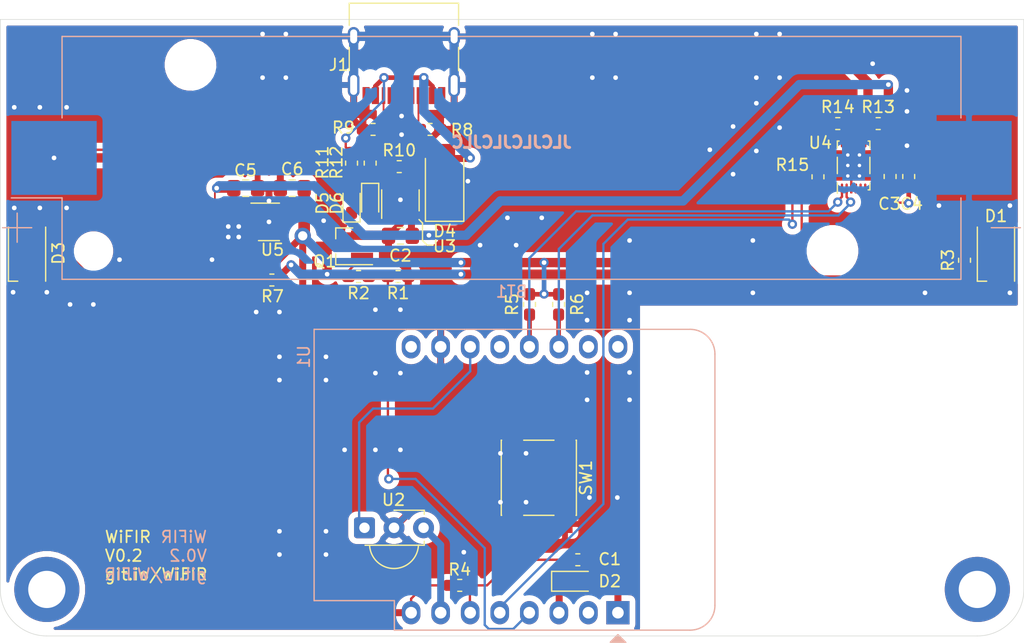
<source format=kicad_pcb>
(kicad_pcb (version 20171130) (host pcbnew "(5.1.6)-1")
  (layers (0 F.Cu signal) (31 B.Cu signal) (34 B.Paste user) (35 F.Paste user) (36 B.SilkS user) (37 F.SilkS user) (38 B.Mask user) (39 F.Mask user) (44 Edge.Cuts user))
  (net 0 "")
  (net 1 +BATT)
  (net 2 +1V8)
  (net 3 VCCQ)
  (net 4 +3V3)
  (net 5 "Net-(D1-Pad1)")
  (net 6 "Net-(D3-Pad1)")
  (net 7 VBUS)
  (net 8 "Net-(D4-Pad1)")
  (net 9 "Net-(D5-Pad1)")
  (net 10 "Net-(J1-PadB8)")
  (net 11 "Net-(J1-PadA5)")
  (net 12 "Net-(J1-PadB7)")
  (net 13 "Net-(J1-PadA7)")
  (net 14 "Net-(J1-PadB6)")
  (net 15 "Net-(J1-PadA8)")
  (net 16 "Net-(J1-PadB5)")
  (net 17 "Net-(J1-PadA6)")
  (net 18 "Net-(Q1-Pad3)")
  (net 19 "Net-(Q1-Pad1)")
  (net 20 "Net-(R10-Pad2)")
  (net 21 "Net-(U1-Pad16)")
  (net 22 "Net-(U1-Pad15)")
  (net 23 "Net-(U1-Pad12)")
  (net 24 "Net-(U1-Pad9)")
  (net 25 "Net-(U1-Pad2)")
  (net 26 "Net-(U4-Pad9)")
  (net 27 "Net-(U4-Pad11)")
  (net 28 "Net-(U4-Pad4)")
  (net 29 "Net-(U5-Pad4)")
  (net 30 "Net-(D5-Pad2)")
  (net 31 "Net-(D6-Pad1)")
  (net 32 GND)
  (net 33 factory_rst)
  (net 34 ~RST)
  (net 35 device_wake)
  (net 36 SDA)
  (net 37 SCL)
  (net 38 "Net-(R14-Pad2)")
  (net 39 ~LOW_BAT)
  (net 40 IR_SIGNAL)
  (net 41 IR_RECV_VCC)
  (net 42 IR_BLAST)
  (module Module:WEMOS_D1_mini_light (layer B.Cu) (at 227.1 115 90)
    (fp_text reference U1 (at 22 -27 90) (layer B.SilkS) (effects (justify mirror)))
    (fp_text value WeMos_D1_mini)
    (pad 16 thru_hole oval (at 22.86 0 90) (size 2 1.6) (drill 1) (layers *.Cu *.Mask) (net 21 "Net-(U1-Pad16)"))
    (pad 15 thru_hole oval (at 22.86 -2.54 90) (size 2 1.6) (drill 1) (layers *.Cu *.Mask) (net 22 "Net-(U1-Pad15)"))
    (pad 14 thru_hole oval (at 22.86 -5.08 90) (size 2 1.6) (drill 1) (layers *.Cu *.Mask) (net 37 SCL))
    (pad 13 thru_hole oval (at 22.86 -7.62 90) (size 2 1.6) (drill 1) (layers *.Cu *.Mask) (net 36 SDA))
    (pad 12 thru_hole oval (at 22.86 -10.16 90) (size 2 1.6) (drill 1) (layers *.Cu *.Mask) (net 23 "Net-(U1-Pad12)"))
    (pad 11 thru_hole oval (at 22.86 -12.7 90) (size 2 1.6) (drill 1) (layers *.Cu *.Mask) (net 40 IR_SIGNAL))
    (pad 10 thru_hole oval (at 22.86 -15.24 90) (size 2 1.6) (drill 1) (layers *.Cu *.Mask) (net 32 GND))
    (pad 9 thru_hole oval (at 22.86 -17.78 90) (size 2 1.6) (drill 1) (layers *.Cu *.Mask) (net 24 "Net-(U1-Pad9)"))
    (pad 8 thru_hole oval (at 0 -17.78 90) (size 2 1.6) (drill 1) (layers *.Cu *.Mask) (net 4 +3V3))
    (pad 7 thru_hole oval (at 0 -15.24 90) (size 2 1.6) (drill 1) (layers *.Cu *.Mask) (net 41 IR_RECV_VCC))
    (pad 6 thru_hole oval (at 0 -12.7 90) (size 2 1.6) (drill 1) (layers *.Cu *.Mask) (net 33 factory_rst))
    (pad 5 thru_hole oval (at 0 -10.16 90) (size 2 1.6) (drill 1) (layers *.Cu *.Mask) (net 39 ~LOW_BAT))
    (pad 4 thru_hole oval (at 0 -7.62 90) (size 2 1.6) (drill 1) (layers *.Cu *.Mask) (net 42 IR_BLAST))
    (pad 3 thru_hole oval (at 0 -5.08 90) (size 2 1.6) (drill 1) (layers *.Cu *.Mask) (net 35 device_wake))
    (pad 1 thru_hole rect (at 0 0 90) (size 2 2) (drill 1) (layers *.Cu *.Mask) (net 34 ~RST))
    (pad 2 thru_hole oval (at 0 -2.54 90) (size 2 1.6) (drill 1) (layers *.Cu *.Mask) (net 25 "Net-(U1-Pad2)"))
  )
  (module Battery:BatteryHolder_Keystone_1042_1x18650 (layer B.Cu) (at 217.95 75.9)
    (fp_text reference BT1 (at 0 11.5) (layer B.SilkS) (effects (justify mirror)))
    (fp_text value "protected 18650")
    (pad "" np_thru_hole circle (at -35.93 8) (size 2.39 2.39) (drill 2.39) (layers *.Cu *.Mask))
    (pad "" np_thru_hole circle (at -27.6 -8) (size 3.45 3.45) (drill 3.45) (layers *.Cu *.Mask))
    (pad "" np_thru_hole circle (at 27.6 8) (size 3.45 3.45) (drill 3.45) (layers *.Cu *.Mask))
    (pad 2 smd rect (at 39.33 0) (size 7.34 6.35) (layers B.Cu B.Paste B.Mask) (net 32 GND))
    (pad 1 smd rect (at -39.33 0) (size 7.34 6.35) (layers B.Cu B.Paste B.Mask) (net 1 +BATT))
  )
  (module Personal_graphics:kiwi12.5mm (layer F.Cu) (at 189.2 101.2)
    (fp_text reference G*** hide)
    (fp_text value LOGO hide)
  )
  (module Personal_graphics:kiwi12.5mm (layer B.Cu) (at 185.2 101.2 180)
    (fp_text reference G*** hide)
    (fp_text value LOGO hide)
  )
  (module Resistor_SMD:R_0603_1608Metric_Pad1.05x0.95mm_HandSolder (layer F.Cu) (at 204.8 86.1 180)
    (fp_text reference R2 (at 0 -1.43) (layer F.SilkS))
    (fp_text value 1k)
    (pad 2 smd roundrect (at 0.875 0 180) (size 1.05 0.95) (layers F.Cu F.Paste F.Mask) (net 19 "Net-(Q1-Pad1)"))
    (pad 1 smd roundrect (at -0.875 0 180) (size 1.05 0.95) (layers F.Cu F.Paste F.Mask) (net 42 IR_BLAST))
  )
  (module MountingHole:MountingHole_3.2mm_M3_DIN965_Pad (layer F.Cu) (at 178 113)
    (fp_text reference REF** hide)
    (fp_text value MountingHole_3.2mm_M3_DIN965_Pad)
    (pad 1 thru_hole circle (at 0 0) (size 5.6 5.6) (drill 3.2) (layers *.Cu *.Mask))
  )
  (module MountingHole:MountingHole_3.2mm_M3_DIN965_Pad (layer F.Cu) (at 258 113)
    (fp_text reference REF** hide)
    (fp_text value MountingHole_3.2mm_M3_DIN965_Pad)
    (pad 1 thru_hole circle (at 0 0) (size 5.6 5.6) (drill 3.2) (layers *.Cu *.Mask))
  )
  (module LED_SMD:LED_PLCC-2 (layer F.Cu) (at 259.6 84.1 90)
    (fp_text reference D1 (at 3.2 0 180) (layer F.SilkS))
    (fp_text value VSML3710-GS18)
    (pad 2 smd rect (at 1.5 0 90) (size 1.5 2.6) (layers F.Cu F.Paste F.Mask) (net 4 +3V3))
    (pad 1 smd rect (at -1.5 0 90) (size 1.5 2.6) (layers F.Cu F.Paste F.Mask) (net 5 "Net-(D1-Pad1)"))
  )
  (module Resistor_SMD:R_0603_1608Metric_Pad1.05x0.95mm_HandSolder (layer F.Cu) (at 256.9 84.7 90)
    (fp_text reference R3 (at 0 -1.43 90) (layer F.SilkS))
    (fp_text value 6R8)
    (pad 2 smd roundrect (at 0.875 0 90) (size 1.05 0.95) (layers F.Cu F.Paste F.Mask) (net 18 "Net-(Q1-Pad3)"))
    (pad 1 smd roundrect (at -0.875 0 90) (size 1.05 0.95) (layers F.Cu F.Paste F.Mask) (net 5 "Net-(D1-Pad1)"))
  )
  (module Connector_USB:USB_C_Receptacle_HRO_TYPE-C-31-M-12 (layer F.Cu) (at 208.7 66.5 180)
    (fp_text reference J1 (at 5.6 -1.4) (layer F.SilkS))
    (fp_text value TYPE-C-31-M-12)
    (pad S1 thru_hole oval (at 4.32 1.05 180) (size 1 1.6) (drill oval 0.6 1.2) (layers *.Cu *.Mask) (net 32 GND))
    (pad "" np_thru_hole circle (at 2.89 -2.6 180) (size 0.65 0.65) (drill 0.65) (layers *.Cu *.Mask))
    (pad S1 thru_hole oval (at -4.32 1.05 180) (size 1 1.6) (drill oval 0.6 1.2) (layers *.Cu *.Mask) (net 32 GND))
    (pad "" np_thru_hole circle (at -2.89 -2.6 180) (size 0.65 0.65) (drill 0.65) (layers *.Cu *.Mask))
    (pad S1 thru_hole oval (at -4.32 -3.13 180) (size 1 2.1) (drill oval 0.6 1.7) (layers *.Cu *.Mask) (net 32 GND))
    (pad S1 thru_hole oval (at 4.32 -3.13 180) (size 1 2.1) (drill oval 0.6 1.7) (layers *.Cu *.Mask) (net 32 GND))
    (pad A6 smd rect (at -0.25 -4.045 180) (size 0.3 1.45) (layers F.Cu F.Paste F.Mask) (net 17 "Net-(J1-PadA6)"))
    (pad B5 smd rect (at 1.75 -4.045 180) (size 0.3 1.45) (layers F.Cu F.Paste F.Mask) (net 16 "Net-(J1-PadB5)"))
    (pad A8 smd rect (at 1.25 -4.045 180) (size 0.3 1.45) (layers F.Cu F.Paste F.Mask) (net 15 "Net-(J1-PadA8)"))
    (pad B6 smd rect (at 0.75 -4.045 180) (size 0.3 1.45) (layers F.Cu F.Paste F.Mask) (net 14 "Net-(J1-PadB6)"))
    (pad A7 smd rect (at 0.25 -4.045 180) (size 0.3 1.45) (layers F.Cu F.Paste F.Mask) (net 13 "Net-(J1-PadA7)"))
    (pad B7 smd rect (at -0.75 -4.045 180) (size 0.3 1.45) (layers F.Cu F.Paste F.Mask) (net 12 "Net-(J1-PadB7)"))
    (pad A5 smd rect (at -1.25 -4.045 180) (size 0.3 1.45) (layers F.Cu F.Paste F.Mask) (net 11 "Net-(J1-PadA5)"))
    (pad B8 smd rect (at -1.75 -4.045 180) (size 0.3 1.45) (layers F.Cu F.Paste F.Mask) (net 10 "Net-(J1-PadB8)"))
    (pad A12 smd rect (at 3.25 -4.045 180) (size 0.6 1.45) (layers F.Cu F.Paste F.Mask) (net 32 GND))
    (pad B4 smd rect (at 2.45 -4.045 180) (size 0.6 1.45) (layers F.Cu F.Paste F.Mask) (net 7 VBUS))
    (pad A4 smd rect (at -2.45 -4.045 180) (size 0.6 1.45) (layers F.Cu F.Paste F.Mask) (net 7 VBUS))
    (pad A1 smd rect (at -3.25 -4.045 180) (size 0.6 1.45) (layers F.Cu F.Paste F.Mask) (net 32 GND))
    (pad B12 smd rect (at -3.25 -4.045 180) (size 0.6 1.45) (layers F.Cu F.Paste F.Mask) (net 32 GND))
    (pad B9 smd rect (at -2.45 -4.045 180) (size 0.6 1.45) (layers F.Cu F.Paste F.Mask) (net 7 VBUS))
    (pad A9 smd rect (at 2.45 -4.045 180) (size 0.6 1.45) (layers F.Cu F.Paste F.Mask) (net 7 VBUS))
    (pad B1 smd rect (at 3.25 -4.045 180) (size 0.6 1.45) (layers F.Cu F.Paste F.Mask) (net 32 GND))
  )
  (module Resistor_SMD:R_0603_1608Metric_Pad1.05x0.95mm_HandSolder (layer F.Cu) (at 210.95 73.45)
    (fp_text reference R8 (at 2.75 0.05) (layer F.SilkS))
    (fp_text value 5k1)
    (pad 1 smd roundrect (at -0.875 0) (size 1.05 0.95) (layers F.Cu F.Paste F.Mask) (net 11 "Net-(J1-PadA5)"))
    (pad 2 smd roundrect (at 0.875 0) (size 1.05 0.95) (layers F.Cu F.Paste F.Mask) (net 32 GND))
  )
  (module Resistor_SMD:R_0603_1608Metric_Pad1.05x0.95mm_HandSolder (layer F.Cu) (at 206.05 73.45)
    (fp_text reference R9 (at -2.55 -0.15) (layer F.SilkS))
    (fp_text value 5k1)
    (pad 1 smd roundrect (at -0.875 0) (size 1.05 0.95) (layers F.Cu F.Paste F.Mask) (net 32 GND))
    (pad 2 smd roundrect (at 0.875 0) (size 1.05 0.95) (layers F.Cu F.Paste F.Mask) (net 16 "Net-(J1-PadB5)"))
  )
  (module Resistor_SMD:R_0603_1608Metric_Pad1.05x0.95mm_HandSolder (layer F.Cu) (at 205.8 76.35 90)
    (fp_text reference R12 (at 0.05 -2.9 90) (layer F.SilkS))
    (fp_text value 470R)
    (pad 1 smd roundrect (at -0.875 0 90) (size 1.05 0.95) (layers F.Cu F.Paste F.Mask) (net 31 "Net-(D6-Pad1)"))
    (pad 2 smd roundrect (at 0.875 0 90) (size 1.05 0.95) (layers F.Cu F.Paste F.Mask) (net 32 GND))
  )
  (module Resistor_SMD:R_0603_1608Metric_Pad1.05x0.95mm_HandSolder (layer F.Cu) (at 204.2 76.35 270)
    (fp_text reference R11 (at -0.05 2.5 90) (layer F.SilkS))
    (fp_text value 470R)
    (pad 1 smd roundrect (at -0.875 0 270) (size 1.05 0.95) (layers F.Cu F.Paste F.Mask) (net 7 VBUS))
    (pad 2 smd roundrect (at 0.875 0 270) (size 1.05 0.95) (layers F.Cu F.Paste F.Mask) (net 30 "Net-(D5-Pad2)"))
  )
  (module Diode_SMD:D_SMA (layer F.Cu) (at 212.2 77.95 90)
    (fp_text reference D4 (at -4.25 0 180) (layer F.SilkS))
    (fp_text value MBRA140)
    (pad 1 smd rect (at -2 0 90) (size 2.5 1.8) (layers F.Cu F.Paste F.Mask) (net 8 "Net-(D4-Pad1)"))
    (pad 2 smd rect (at 2 0 90) (size 2.5 1.8) (layers F.Cu F.Paste F.Mask) (net 7 VBUS))
  )
  (module Package_TO_SOT_SMD:SOT-23-5 (layer F.Cu) (at 197.1 81.4)
    (fp_text reference U5 (at 0.3 2.4 180) (layer F.SilkS))
    (fp_text value TLV75733PDBV)
    (pad 5 smd rect (at 1.1 -0.95) (size 1.06 0.65) (layers F.Cu F.Paste F.Mask) (net 4 +3V3))
    (pad 4 smd rect (at 1.1 0.95) (size 1.06 0.65) (layers F.Cu F.Paste F.Mask) (net 29 "Net-(U5-Pad4)"))
    (pad 3 smd rect (at -1.1 0.95) (size 1.06 0.65) (layers F.Cu F.Paste F.Mask) (net 3 VCCQ))
    (pad 2 smd rect (at -1.1 0) (size 1.06 0.65) (layers F.Cu F.Paste F.Mask) (net 32 GND))
    (pad 1 smd rect (at -1.1 -0.95) (size 1.06 0.65) (layers F.Cu F.Paste F.Mask) (net 3 VCCQ))
  )
  (module Package_SON:Texas_S-PDSO-N12 (layer F.Cu) (at 247.3625 76.55 90)
    (fp_text reference U4 (at 1.95 -2.8625 180) (layer F.SilkS))
    (fp_text value BQ27441DRZR-G1A)
    (pad 13 smd rect (at 0 0) (size 1.95 2.6) (layers F.Cu F.Mask) (net 32 GND))
    (pad 13 smd rect (at -1.1 1.3125) (size 0.675 0.4) (layers F.Cu F.Mask) (net 32 GND))
    (pad 13 smd rect (at 1.1 1.3125) (size 0.675 0.4) (layers F.Cu F.Mask) (net 32 GND))
    (pad 13 smd rect (at 1.1 -1.3125) (size 0.675 0.4) (layers F.Cu F.Mask) (net 32 GND))
    (pad 13 smd rect (at -1.1 -1.3125) (size 0.675 0.4) (layers F.Cu F.Mask) (net 32 GND))
    (pad 3 smd rect (at -2.3 -0.2 90) (size 0.2 0.2) (layers F.Cu F.Paste F.Mask) (net 32 GND))
    (pad 3 smd oval (at -1.975 -0.2 90) (size 0.85 0.2) (layers F.Cu F.Paste F.Mask) (net 32 GND))
    (pad 2 smd oval (at -1.975 -0.6 90) (size 0.85 0.2) (layers F.Cu F.Paste F.Mask) (net 37 SCL))
    (pad 1 smd oval (at -1.975 -1 90) (size 0.85 0.2) (layers F.Cu F.Paste F.Mask) (net 36 SDA))
    (pad 4 smd oval (at -1.975 0.2 90) (size 0.85 0.2) (layers F.Cu F.Paste F.Mask) (net 28 "Net-(U4-Pad4)"))
    (pad 5 smd oval (at -1.975 0.6 90) (size 0.85 0.2) (layers F.Cu F.Paste F.Mask) (net 2 +1V8))
    (pad 6 smd oval (at -1.975 1 90) (size 0.85 0.2) (layers F.Cu F.Paste F.Mask) (net 1 +BATT))
    (pad 12 smd oval (at 1.975 -1 90) (size 0.85 0.2) (layers F.Cu F.Paste F.Mask) (net 39 ~LOW_BAT))
    (pad 11 smd oval (at 1.975 -0.6 90) (size 0.85 0.2) (layers F.Cu F.Paste F.Mask) (net 27 "Net-(U4-Pad11)"))
    (pad 10 smd oval (at 1.975 -0.2 90) (size 0.85 0.2) (layers F.Cu F.Paste F.Mask) (net 38 "Net-(R14-Pad2)"))
    (pad 9 smd oval (at 1.975 0.2 90) (size 0.85 0.2) (layers F.Cu F.Paste F.Mask) (net 26 "Net-(U4-Pad9)"))
    (pad 8 smd oval (at 1.975 0.6 90) (size 0.85 0.2) (layers F.Cu F.Paste F.Mask) (net 1 +BATT))
    (pad 7 smd oval (at 1.975 1 90) (size 0.85 0.2) (layers F.Cu F.Paste F.Mask) (net 3 VCCQ))
    (pad 4 smd rect (at -2.3 0.2 90) (size 0.2 0.2) (layers F.Cu F.Paste F.Mask) (net 28 "Net-(U4-Pad4)"))
    (pad 5 smd rect (at -2.3 0.6 90) (size 0.2 0.2) (layers F.Cu F.Paste F.Mask) (net 2 +1V8))
    (pad 6 smd rect (at -2.3 1 90) (size 0.2 0.2) (layers F.Cu F.Paste F.Mask) (net 1 +BATT))
    (pad 2 smd rect (at -2.3 -0.6 90) (size 0.2 0.2) (layers F.Cu F.Paste F.Mask) (net 37 SCL))
    (pad 1 smd rect (at -2.3 -1 90) (size 0.2 0.2) (layers F.Cu F.Paste F.Mask) (net 36 SDA))
    (pad 12 smd rect (at 2.3 -1 90) (size 0.2 0.2) (layers F.Cu F.Paste F.Mask) (net 39 ~LOW_BAT))
    (pad 11 smd rect (at 2.3 -0.6 90) (size 0.2 0.2) (layers F.Cu F.Paste F.Mask) (net 27 "Net-(U4-Pad11)"))
    (pad 10 smd rect (at 2.3 -0.2 90) (size 0.2 0.2) (layers F.Cu F.Paste F.Mask) (net 38 "Net-(R14-Pad2)"))
    (pad 9 smd rect (at 2.3 0.2 90) (size 0.2 0.2) (layers F.Cu F.Paste F.Mask) (net 26 "Net-(U4-Pad9)"))
    (pad 8 smd rect (at 2.3 0.6 90) (size 0.2 0.2) (layers F.Cu F.Paste F.Mask) (net 1 +BATT))
    (pad 7 smd rect (at 2.3 1 90) (size 0.2 0.2) (layers F.Cu F.Paste F.Mask) (net 3 VCCQ))
    (pad 13 thru_hole circle (at -0.9 0.5 90) (size 0.6 0.6) (drill 0.3) (layers *.Cu) (net 32 GND))
    (pad 13 thru_hole circle (at 0.9 0.5 90) (size 0.6 0.6) (drill 0.3) (layers *.Cu) (net 32 GND))
    (pad 13 thru_hole circle (at 0.9 -0.5 90) (size 0.6 0.6) (drill 0.3) (layers *.Cu) (net 32 GND))
    (pad 13 thru_hole circle (at -0.9 -0.5 90) (size 0.6 0.6) (drill 0.3) (layers *.Cu) (net 32 GND))
    (pad 13 thru_hole circle (at 0 -0.5 90) (size 0.6 0.6) (drill 0.3) (layers *.Cu) (net 32 GND))
    (pad 13 thru_hole circle (at 0 0.5 90) (size 0.6 0.6) (drill 0.3) (layers *.Cu) (net 32 GND))
    (pad 13 smd rect (at 0 0) (size 1.95 2.6) (layers B.Cu F.Mask) (net 32 GND))
    (pad 13 smd rect (at 0.65 -0.4875 180) (size 0.975 1.3) (layers F.Cu F.Paste) (net 32 GND))
    (pad 13 smd rect (at -0.65 -0.4875 180) (size 0.975 1.3) (layers F.Cu F.Paste) (net 32 GND))
    (pad 13 smd rect (at -0.65 0.4875 180) (size 0.975 1.3) (layers F.Cu F.Paste) (net 32 GND))
    (pad 13 smd rect (at 0.65 0.4875 180) (size 0.975 1.3) (layers F.Cu F.Paste) (net 32 GND))
    (pad 13 smd rect (at 1.1 1.365) (size 0.575 0.4) (layers F.Cu F.Paste F.Mask) (net 32 GND))
    (pad 13 smd rect (at 1.1 -1.365) (size 0.575 0.4) (layers F.Cu F.Paste F.Mask) (net 32 GND))
    (pad 13 smd rect (at -1.1 -1.365) (size 0.575 0.4) (layers F.Cu F.Paste F.Mask) (net 32 GND))
    (pad 13 smd rect (at -1.1 1.365) (size 0.575 0.4) (layers F.Cu F.Paste F.Mask) (net 32 GND))
  )
  (module Package_TO_SOT_SMD:SOT-23-5 (layer F.Cu) (at 208.4 79.55 90)
    (fp_text reference U3 (at -3.95 3.8 180) (layer F.SilkS))
    (fp_text value MCP73831-2-OT)
    (pad 1 smd rect (at -1.1 -0.95 90) (size 1.06 0.65) (layers F.Cu F.Paste F.Mask) (net 9 "Net-(D5-Pad1)"))
    (pad 2 smd rect (at -1.1 0 90) (size 1.06 0.65) (layers F.Cu F.Paste F.Mask) (net 32 GND))
    (pad 3 smd rect (at -1.1 0.95 90) (size 1.06 0.65) (layers F.Cu F.Paste F.Mask) (net 3 VCCQ))
    (pad 4 smd rect (at 1.1 0.95 90) (size 1.06 0.65) (layers F.Cu F.Paste F.Mask) (net 8 "Net-(D4-Pad1)"))
    (pad 5 smd rect (at 1.1 -0.95 90) (size 1.06 0.65) (layers F.Cu F.Paste F.Mask) (net 20 "Net-(R10-Pad2)"))
  )
  (module OptoDevice:Vishay_MINICAST-3Pin (layer F.Cu) (at 205.31 107.7)
    (fp_text reference U2 (at 2.5 -2.4 180) (layer F.SilkS))
    (fp_text value TSOP38236)
    (pad 3 thru_hole circle (at 5.08 0) (size 1.8 1.8) (drill 0.9) (layers *.Cu *.Mask) (net 41 IR_RECV_VCC))
    (pad 2 thru_hole circle (at 2.54 0) (size 1.8 1.8) (drill 0.9) (layers *.Cu *.Mask) (net 32 GND))
    (pad 1 thru_hole roundrect (at 0 0) (size 1.8 1.8) (drill 0.9) (layers *.Cu *.Mask) (roundrect_rratio 0.139) (net 40 IR_SIGNAL))
  )
  (module Button_Switch_SMD:SW_Push_1P1T_NO_6x6mm_H9.5mm (layer F.Cu) (at 220.3 103.4 270)
    (fp_text reference SW1 (at 0 -4.05 90) (layer F.SilkS))
    (fp_text value SW_SPST)
    (pad 2 smd rect (at 3.975 2.25 270) (size 1.55 1.3) (layers F.Cu F.Paste F.Mask) (net 33 factory_rst))
    (pad 1 smd rect (at 3.975 -2.25 270) (size 1.55 1.3) (layers F.Cu F.Paste F.Mask) (net 32 GND))
    (pad 1 smd rect (at -3.975 -2.25 270) (size 1.55 1.3) (layers F.Cu F.Paste F.Mask) (net 32 GND))
    (pad 2 smd rect (at -3.975 2.25 270) (size 1.55 1.3) (layers F.Cu F.Paste F.Mask) (net 33 factory_rst))
  )
  (module Resistor_SMD:R_0603_1608Metric_Pad1.05x0.95mm_HandSolder (layer F.Cu) (at 244.3 77.525 270)
    (fp_text reference R15 (at -1.025 2.2) (layer F.SilkS))
    (fp_text value 10k)
    (pad 1 smd roundrect (at -0.875 0 270) (size 1.05 0.95) (layers F.Cu F.Paste F.Mask) (net 39 ~LOW_BAT))
    (pad 2 smd roundrect (at 0.875 0 270) (size 1.05 0.95) (layers F.Cu F.Paste F.Mask) (net 4 +3V3))
  )
  (module Resistor_SMD:R_0603_1608Metric_Pad1.05x0.95mm_HandSolder (layer F.Cu) (at 246 72.95)
    (fp_text reference R14 (at 0 -1.43) (layer F.SilkS))
    (fp_text value 10k)
    (pad 1 smd roundrect (at -0.875 0) (size 1.05 0.95) (layers F.Cu F.Paste F.Mask) (net 32 GND))
    (pad 2 smd roundrect (at 0.875 0) (size 1.05 0.95) (layers F.Cu F.Paste F.Mask) (net 38 "Net-(R14-Pad2)"))
  )
  (module Resistor_SMD:R_0603_1608Metric_Pad1.05x0.95mm_HandSolder (layer F.Cu) (at 249.475 72.95)
    (fp_text reference R13 (at 0 -1.43) (layer F.SilkS))
    (fp_text value 10mR)
    (pad 2 smd roundrect (at 0.875 0) (size 1.05 0.95) (layers F.Cu F.Paste F.Mask) (net 3 VCCQ))
    (pad 1 smd roundrect (at -0.875 0) (size 1.05 0.95) (layers F.Cu F.Paste F.Mask) (net 1 +BATT))
  )
  (module Resistor_SMD:R_0603_1608Metric_Pad1.05x0.95mm_HandSolder (layer F.Cu) (at 208.3 76.65 180)
    (fp_text reference R10 (at 0 1.4) (layer F.SilkS))
    (fp_text value 10k)
    (pad 1 smd roundrect (at -0.875 0 180) (size 1.05 0.95) (layers F.Cu F.Paste F.Mask) (net 32 GND))
    (pad 2 smd roundrect (at 0.875 0 180) (size 1.05 0.95) (layers F.Cu F.Paste F.Mask) (net 20 "Net-(R10-Pad2)"))
  )
  (module Resistor_SMD:R_0603_1608Metric_Pad1.05x0.95mm_HandSolder (layer F.Cu) (at 197.35 86.4)
    (fp_text reference R7 (at 0.05 1.4) (layer F.SilkS))
    (fp_text value 6R8)
    (pad 2 smd roundrect (at 0.875 0) (size 1.05 0.95) (layers F.Cu F.Paste F.Mask) (net 18 "Net-(Q1-Pad3)"))
    (pad 1 smd roundrect (at -0.875 0) (size 1.05 0.95) (layers F.Cu F.Paste F.Mask) (net 6 "Net-(D3-Pad1)"))
  )
  (module Resistor_SMD:R_0603_1608Metric_Pad1.05x0.95mm_HandSolder (layer F.Cu) (at 222 88.5 90)
    (fp_text reference R6 (at 0 1.6 90) (layer F.SilkS))
    (fp_text value 4k7)
    (pad 2 smd roundrect (at 0.875 0 90) (size 1.05 0.95) (layers F.Cu F.Paste F.Mask) (net 4 +3V3))
    (pad 1 smd roundrect (at -0.875 0 90) (size 1.05 0.95) (layers F.Cu F.Paste F.Mask) (net 37 SCL))
  )
  (module Resistor_SMD:R_0603_1608Metric_Pad1.05x0.95mm_HandSolder (layer F.Cu) (at 219.5 88.5 90)
    (fp_text reference R5 (at 0 -1.5 90) (layer F.SilkS))
    (fp_text value 4k7)
    (pad 2 smd roundrect (at 0.875 0 90) (size 1.05 0.95) (layers F.Cu F.Paste F.Mask) (net 4 +3V3))
    (pad 1 smd roundrect (at -0.875 0 90) (size 1.05 0.95) (layers F.Cu F.Paste F.Mask) (net 36 SDA))
  )
  (module Resistor_SMD:R_0603_1608Metric_Pad1.05x0.95mm_HandSolder (layer F.Cu) (at 213.5 112.65 180)
    (fp_text reference R4 (at 0 1.35) (layer F.SilkS))
    (fp_text value 10k)
    (pad 2 smd roundrect (at 0.875 0 180) (size 1.05 0.95) (layers F.Cu F.Paste F.Mask) (net 4 +3V3))
    (pad 1 smd roundrect (at -0.875 0 180) (size 1.05 0.95) (layers F.Cu F.Paste F.Mask) (net 33 factory_rst))
  )
  (module Resistor_SMD:R_0603_1608Metric_Pad1.05x0.95mm_HandSolder (layer F.Cu) (at 208.2 86.1 180)
    (fp_text reference R1 (at 0 -1.43) (layer F.SilkS))
    (fp_text value 4k7)
    (pad 2 smd roundrect (at 0.875 0 180) (size 1.05 0.95) (layers F.Cu F.Paste F.Mask) (net 42 IR_BLAST))
    (pad 1 smd roundrect (at -0.875 0 180) (size 1.05 0.95) (layers F.Cu F.Paste F.Mask) (net 32 GND))
  )
  (module Package_TO_SOT_SMD:SOT-23_Handsoldering (layer F.Cu) (at 203.6 83.5 180)
    (fp_text reference Q1 (at 1.7 -1.3) (layer F.SilkS))
    (fp_text value FDN339AN)
    (pad 3 smd rect (at 1.5 0 180) (size 1.9 0.8) (layers F.Cu F.Paste F.Mask) (net 18 "Net-(Q1-Pad3)"))
    (pad 2 smd rect (at -1.5 0.95 180) (size 1.9 0.8) (layers F.Cu F.Paste F.Mask) (net 32 GND))
    (pad 1 smd rect (at -1.5 -0.95 180) (size 1.9 0.8) (layers F.Cu F.Paste F.Mask) (net 19 "Net-(Q1-Pad1)"))
  )
  (module LED_SMD:LED_0603_1608Metric_Pad1.05x0.95mm_HandSolder (layer F.Cu) (at 205.8 79.75 270)
    (fp_text reference D6 (at 0.05 2.9 90) (layer F.SilkS))
    (fp_text value charged)
    (pad 2 smd roundrect (at 0.875 0 270) (size 1.05 0.95) (layers F.Cu F.Paste F.Mask) (net 9 "Net-(D5-Pad1)"))
    (pad 1 smd roundrect (at -0.875 0 270) (size 1.05 0.95) (layers F.Cu F.Paste F.Mask) (net 31 "Net-(D6-Pad1)"))
  )
  (module LED_SMD:LED_0603_1608Metric_Pad1.05x0.95mm_HandSolder (layer F.Cu) (at 204.2 79.75 90)
    (fp_text reference D5 (at -0.05 -2.5 90) (layer F.SilkS))
    (fp_text value charging)
    (pad 1 smd roundrect (at -0.875 0 90) (size 1.05 0.95) (layers F.Cu F.Paste F.Mask) (net 9 "Net-(D5-Pad1)"))
    (pad 2 smd roundrect (at 0.875 0 90) (size 1.05 0.95) (layers F.Cu F.Paste F.Mask) (net 30 "Net-(D5-Pad2)"))
  )
  (module LED_SMD:LED_PLCC-2 (layer F.Cu) (at 176.3 84.1 90)
    (fp_text reference D3 (at 0 2.7 90) (layer F.SilkS))
    (fp_text value VSML3710-GS18)
    (pad 2 smd rect (at 1.5 0 90) (size 1.5 2.6) (layers F.Cu F.Paste F.Mask) (net 4 +3V3))
    (pad 1 smd rect (at -1.5 0 90) (size 1.5 2.6) (layers F.Cu F.Paste F.Mask) (net 6 "Net-(D3-Pad1)"))
  )
  (module Diode_SMD:D_SOD-323_HandSoldering (layer F.Cu) (at 223.3 112.3)
    (fp_text reference D2 (at 3.1 0) (layer F.SilkS))
    (fp_text value BAT54WS)
    (pad 2 smd rect (at 1.25 0) (size 1 1) (layers F.Cu F.Paste F.Mask) (net 34 ~RST))
    (pad 1 smd rect (at -1.25 0) (size 1 1) (layers F.Cu F.Paste F.Mask) (net 35 device_wake))
  )
  (module Capacitor_SMD:C_0805_2012Metric_Pad1.15x1.40mm_HandSolder (layer F.Cu) (at 199.1 78.5)
    (fp_text reference C6 (at 0 -1.65) (layer F.SilkS))
    (fp_text value 4.7uF)
    (pad 2 smd roundrect (at 1.025 0) (size 1.15 1.4) (layers F.Cu F.Paste F.Mask) (roundrect_rratio 0.217391) (net 4 +3V3))
    (pad 1 smd roundrect (at -1.025 0) (size 1.15 1.4) (layers F.Cu F.Paste F.Mask) (roundrect_rratio 0.217391) (net 32 GND))
  )
  (module Capacitor_SMD:C_0805_2012Metric_Pad1.15x1.40mm_HandSolder (layer F.Cu) (at 195.1 78.5)
    (fp_text reference C5 (at -0.025 -1.525) (layer F.SilkS))
    (fp_text value 4.7uF)
    (pad 2 smd roundrect (at 1.025 0) (size 1.15 1.4) (layers F.Cu F.Paste F.Mask) (roundrect_rratio 0.217391) (net 32 GND))
    (pad 1 smd roundrect (at -1.025 0) (size 1.15 1.4) (layers F.Cu F.Paste F.Mask) (roundrect_rratio 0.217391) (net 3 VCCQ))
  )
  (module Capacitor_SMD:C_0603_1608Metric_Pad1.05x0.95mm_HandSolder (layer F.Cu) (at 252.1 77.5 270)
    (fp_text reference C4 (at 2.35 -0.25 180) (layer F.SilkS))
    (fp_text value 10nF)
    (pad 1 smd roundrect (at -0.875 0 270) (size 1.05 0.95) (layers F.Cu F.Paste F.Mask) (net 32 GND))
    (pad 2 smd roundrect (at 0.875 0 270) (size 1.05 0.95) (layers F.Cu F.Paste F.Mask) (net 2 +1V8))
  )
  (module Capacitor_SMD:C_0603_1608Metric_Pad1.05x0.95mm_HandSolder (layer F.Cu) (at 250.5 77.5 270)
    (fp_text reference C3 (at 2.35 0.05 180) (layer F.SilkS))
    (fp_text value 10nF)
    (pad 1 smd roundrect (at -0.875 0 270) (size 1.05 0.95) (layers F.Cu F.Paste F.Mask) (net 32 GND))
    (pad 2 smd roundrect (at 0.875 0 270) (size 1.05 0.95) (layers F.Cu F.Paste F.Mask) (net 1 +BATT))
  )
  (module Capacitor_SMD:C_0805_2012Metric_Pad1.15x1.40mm_HandSolder (layer F.Cu) (at 208.4 82.6)
    (fp_text reference C2 (at 0 1.7) (layer F.SilkS))
    (fp_text value 4.7uF)
    (pad 1 smd roundrect (at -1.025 0) (size 1.15 1.4) (layers F.Cu F.Paste F.Mask) (roundrect_rratio 0.217391) (net 32 GND))
    (pad 2 smd roundrect (at 1.025 0) (size 1.15 1.4) (layers F.Cu F.Paste F.Mask) (roundrect_rratio 0.217391) (net 3 VCCQ))
  )
  (module Capacitor_SMD:C_0603_1608Metric_Pad1.05x0.95mm_HandSolder (layer F.Cu) (at 223.65 110.45 180)
    (fp_text reference C1 (at -2.75 0.05) (layer F.SilkS))
    (fp_text value 1uF)
    (pad 2 smd roundrect (at 0.875 0 180) (size 1.05 0.95) (layers F.Cu F.Paste F.Mask) (net 33 factory_rst))
    (pad 1 smd roundrect (at -0.875 0 180) (size 1.05 0.95) (layers F.Cu F.Paste F.Mask) (net 34 ~RST))
  )
  (gr_text JLCJLCJLCJLC (at 217.95 74.55) (layer B.SilkS) (effects (font (size 1 1) (thickness 0.25)) (justify mirror)))
  (gr_text "WiFIR\nV0.2\ngit.io/WiFIR" (at 191.859524 110.1) (layer B.SilkS) (effects (font (size 1 1)) (justify left mirror)))
  (gr_text "WiFIR\nV0.2\ngit.io/WiFIR" (at 182.9 110.1) (layer F.SilkS) (effects (font (size 1 1)) (justify left)))
  (gr_line (start 210.3 83) (end 210.3 81.5) (layer F.SilkS) (width 0.12))
  (gr_line (start 210.7 83.4) (end 210.3 83) (layer F.SilkS) (width 0.12))
  (gr_line (start 211.2 83.4) (end 210.7 83.4) (layer F.SilkS) (width 0.12))
  (gr_line (start 210.3 81.5) (end 210 81.2) (layer F.SilkS) (width 0.12))
  (gr_arc (start 258 113) (end 258 117) (angle -90) (layer Edge.Cuts) (width 0.05))
  (gr_arc (start 178 113) (end 174 113) (angle -90) (layer Edge.Cuts) (width 0.05))
  (gr_line (start 178 117) (end 258 117) (layer Edge.Cuts) (width 0.05))
  (gr_line (start 174 64) (end 174 113) (layer Edge.Cuts) (width 0.05))
  (gr_line (start 174 64) (end 262 64) (layer Edge.Cuts) (width 0.05))
  (gr_line (start 262 64) (end 262 113) (layer Edge.Cuts) (width 0.05))
  (segment (start 247.9625 73.5375) (end 248.5 73) (width 0.1524) (layer F.Cu) (net 1))
  (segment (start 247.9625 73.5375) (end 248.3 73.2) (width 0.2) (layer F.Cu) (net 1))
  (segment (start 247.9625 74.575) (end 247.9625 73.5375) (width 0.2) (layer F.Cu) (net 1))
  (via (at 178.62 75.9) (size 0.8) (drill 0.4) (layers F.Cu B.Cu) (net 1))
  (segment (start 250.3 78.575) (end 250.5 78.375) (width 0.2) (layer F.Cu) (net 1))
  (segment (start 248.708472 79.39759) (end 249.47741 79.39759) (width 0.2) (layer F.Cu) (net 1))
  (segment (start 248.3625 78.85) (end 248.3625 79.051618) (width 0.2) (layer F.Cu) (net 1))
  (segment (start 249.47741 79.39759) (end 250.5 78.375) (width 0.2) (layer F.Cu) (net 1))
  (segment (start 248.3625 79.051618) (end 248.708472 79.39759) (width 0.2) (layer F.Cu) (net 1))
  (segment (start 179.32 75.2) (end 178.62 75.9) (width 0.2) (layer F.Cu) (net 1))
  (segment (start 195 66.7) (end 186.5 75.2) (width 0.2) (layer F.Cu) (net 1))
  (segment (start 186.5 75.2) (end 179.32 75.2) (width 0.2) (layer F.Cu) (net 1))
  (segment (start 250.4 66.7) (end 195 66.7) (width 0.2) (layer F.Cu) (net 1))
  (segment (start 251.375 77.5) (end 252.8 77.5) (width 0.2) (layer F.Cu) (net 1))
  (segment (start 253.2 77.1) (end 253.2 69.5) (width 0.2) (layer F.Cu) (net 1))
  (segment (start 250.5 78.375) (end 251.375 77.5) (width 0.2) (layer F.Cu) (net 1))
  (segment (start 252.8 77.5) (end 253.2 77.1) (width 0.2) (layer F.Cu) (net 1))
  (segment (start 253.2 69.5) (end 250.4 66.7) (width 0.2) (layer F.Cu) (net 1))
  (segment (start 195.3 67.4) (end 186.8 75.9) (width 0.8) (layer F.Cu) (net 1))
  (segment (start 246.6 67.4) (end 195.3 67.4) (width 0.8) (layer F.Cu) (net 1))
  (segment (start 248.6 72.95) (end 248.6 69.4) (width 0.8) (layer F.Cu) (net 1))
  (segment (start 186.8 75.9) (end 178.62 75.9) (width 0.8) (layer F.Cu) (net 1))
  (segment (start 248.6 69.4) (end 246.6 67.4) (width 0.8) (layer F.Cu) (net 1))
  (via (at 252.1 79.8) (size 0.8) (drill 0.4) (layers F.Cu B.Cu) (net 2))
  (segment (start 247.9625 79.15) (end 248.5625 79.75) (width 0.2) (layer F.Cu) (net 2))
  (segment (start 247.9625 78.525) (end 247.9625 79.15) (width 0.2) (layer F.Cu) (net 2))
  (segment (start 252.05 79.75) (end 252.1 79.8) (width 0.2) (layer B.Cu) (net 2))
  (segment (start 252.05 79.75) (end 252.1 79.8) (width 0.2) (layer F.Cu) (net 2))
  (segment (start 248.5625 79.75) (end 252.05 79.75) (width 0.2) (layer F.Cu) (net 2))
  (segment (start 252.1 78.375) (end 252.1 79.8) (width 0.4) (layer F.Cu) (net 2))
  (segment (start 209.35 82.525) (end 209.425 82.6) (width 0.6) (layer F.Cu) (net 3))
  (segment (start 209.35 80.65) (end 209.35 82.525) (width 0.6) (layer F.Cu) (net 3))
  (segment (start 249.925 73.85) (end 250.35 73.425) (width 0.2) (layer F.Cu) (net 3))
  (segment (start 250.35 73.425) (end 250.35 72.95) (width 0.2) (layer F.Cu) (net 3))
  (segment (start 248.4625 73.85) (end 249.925 73.85) (width 0.2) (layer F.Cu) (net 3))
  (segment (start 248.3625 73.95) (end 248.4625 73.85) (width 0.2) (layer F.Cu) (net 3))
  (segment (start 248.3625 74.575) (end 248.3625 73.95) (width 0.2) (layer F.Cu) (net 3))
  (segment (start 196 80.45) (end 194.55 80.45) (width 0.6) (layer F.Cu) (net 3))
  (segment (start 194.075 79.975) (end 194.075 78.5) (width 0.6) (layer F.Cu) (net 3))
  (segment (start 194.55 80.45) (end 194.075 79.975) (width 0.6) (layer F.Cu) (net 3))
  (via (at 250.35 69.6) (size 0.8) (drill 0.4) (layers F.Cu B.Cu) (net 3))
  (segment (start 250.35 72.95) (end 250.35 69.6) (width 0.8) (layer F.Cu) (net 3))
  (via (at 210.85 82.55) (size 0.8) (drill 0.4) (layers F.Cu B.Cu) (net 3))
  (segment (start 209.475 82.55) (end 209.425 82.6) (width 0.8) (layer F.Cu) (net 3))
  (segment (start 210.85 82.55) (end 209.475 82.55) (width 0.8) (layer F.Cu) (net 3))
  (via (at 192.6 78.5) (size 0.8) (drill 0.4) (layers F.Cu B.Cu) (net 3))
  (segment (start 192.6 78.5) (end 194.075 78.5) (width 0.8) (layer F.Cu) (net 3))
  (segment (start 196 82.35) (end 196 82.9) (width 0.1524) (layer F.Cu) (net 3))
  (segment (start 196 82.9) (end 195.05 83.85) (width 0.1524) (layer F.Cu) (net 3))
  (segment (start 195.05 83.85) (end 193.2 83.85) (width 0.1524) (layer F.Cu) (net 3))
  (segment (start 193.2 83.85) (end 192.45 83.1) (width 0.1524) (layer F.Cu) (net 3))
  (segment (start 192.45 78.65) (end 192.6 78.5) (width 0.1524) (layer F.Cu) (net 3))
  (segment (start 192.45 83.1) (end 192.45 78.65) (width 0.1524) (layer F.Cu) (net 3))
  (segment (start 214.05 82.55) (end 210.85 82.55) (width 0.8) (layer B.Cu) (net 3))
  (segment (start 217 79.6) (end 214.05 82.55) (width 0.8) (layer B.Cu) (net 3))
  (segment (start 242.7 69.6) (end 232.7 79.6) (width 0.8) (layer B.Cu) (net 3))
  (segment (start 232.7 79.6) (end 217 79.6) (width 0.8) (layer B.Cu) (net 3))
  (segment (start 250.35 69.6) (end 242.7 69.6) (width 0.8) (layer B.Cu) (net 3))
  (segment (start 210.85 82.55) (end 205.25 82.55) (width 0.8) (layer B.Cu) (net 3))
  (segment (start 192.8 78.3) (end 192.6 78.5) (width 0.8) (layer B.Cu) (net 3))
  (segment (start 201 78.3) (end 192.8 78.3) (width 0.8) (layer B.Cu) (net 3))
  (segment (start 205.25 82.55) (end 201 78.3) (width 0.8) (layer B.Cu) (net 3))
  (segment (start 200.125 82.475) (end 200 82.6) (width 1) (layer F.Cu) (net 4))
  (segment (start 200.125 80.425) (end 200.125 82.475) (width 1) (layer F.Cu) (net 4))
  (segment (start 200.125 78.5) (end 200.125 80.425) (width 1) (layer F.Cu) (net 4))
  (segment (start 178 82.6) (end 176.4 82.6) (width 0.6) (layer F.Cu) (net 4))
  (segment (start 194.861554 86.1) (end 181.5 86.1) (width 0.6) (layer F.Cu) (net 4))
  (segment (start 181.5 86.1) (end 178 82.6) (width 0.6) (layer F.Cu) (net 4))
  (segment (start 212.1 112.65) (end 212.625 112.65) (width 0.2) (layer F.Cu) (net 4))
  (segment (start 210.47 112.65) (end 212.1 112.65) (width 0.2) (layer F.Cu) (net 4))
  (segment (start 209.32 113.8) (end 210.47 112.65) (width 0.2) (layer F.Cu) (net 4))
  (segment (start 209.32 115) (end 209.32 113.8) (width 0.2) (layer F.Cu) (net 4))
  (segment (start 200 82.6) (end 200 111.45) (width 0.6) (layer F.Cu) (net 4))
  (segment (start 203.55 115) (end 209.32 115) (width 0.6) (layer F.Cu) (net 4))
  (segment (start 200 111.45) (end 203.55 115) (width 0.6) (layer F.Cu) (net 4))
  (via (at 200 82.6) (size 1.4) (drill 0.8) (layers F.Cu B.Cu) (net 4))
  (segment (start 200.1 80.45) (end 200.125 80.425) (width 0.6) (layer F.Cu) (net 4))
  (segment (start 200.1 80.45) (end 199.05 80.45) (width 0.8) (layer F.Cu) (net 4))
  (segment (start 198.2 80.45) (end 199.05 80.45) (width 0.6) (layer F.Cu) (net 4))
  (segment (start 200 82.6) (end 197.4 85.2) (width 0.6) (layer F.Cu) (net 4))
  (segment (start 195.761554 85.2) (end 194.861554 86.1) (width 0.6) (layer F.Cu) (net 4))
  (segment (start 197.4 85.2) (end 195.761554 85.2) (width 0.6) (layer F.Cu) (net 4))
  (segment (start 254.7 82.6) (end 259.6 82.6) (width 0.8) (layer F.Cu) (net 4))
  (segment (start 221.8 84.9) (end 242.9 84.9) (width 0.8) (layer F.Cu) (net 4))
  (segment (start 250.9 86.4) (end 254.7 82.6) (width 0.8) (layer F.Cu) (net 4))
  (segment (start 244.4 86.4) (end 250.9 86.4) (width 0.8) (layer F.Cu) (net 4))
  (segment (start 242.9 84.9) (end 244.4 86.4) (width 0.8) (layer F.Cu) (net 4))
  (via (at 220.75 87.6) (size 0.8) (drill 0.4) (layers F.Cu B.Cu) (net 4))
  (segment (start 220.725 87.625) (end 220.75 87.6) (width 0.4) (layer F.Cu) (net 4))
  (segment (start 219.5 87.625) (end 220.725 87.625) (width 0.4) (layer F.Cu) (net 4))
  (segment (start 220.775 87.625) (end 220.75 87.6) (width 0.4) (layer F.Cu) (net 4))
  (segment (start 222 87.625) (end 220.775 87.625) (width 0.4) (layer F.Cu) (net 4))
  (via (at 220.75 84.9) (size 0.8) (drill 0.4) (layers F.Cu B.Cu) (net 4))
  (segment (start 221.8 84.9) (end 220.75 84.9) (width 0.8) (layer F.Cu) (net 4))
  (segment (start 220.75 87.6) (end 220.75 84.9) (width 0.4) (layer B.Cu) (net 4))
  (segment (start 220.75 84.9) (end 213.6 84.9) (width 0.8) (layer F.Cu) (net 4))
  (segment (start 210.5 84.9) (end 213.6 84.9) (width 0.8) (layer B.Cu) (net 4))
  (segment (start 202.3 84.9) (end 210.5 84.9) (width 0.8) (layer B.Cu) (net 4))
  (via (at 213.6 84.9) (size 0.8) (drill 0.4) (layers F.Cu B.Cu) (net 4))
  (segment (start 200 82.6) (end 202.3 84.9) (width 0.8) (layer B.Cu) (net 4))
  (segment (start 242.9 79.8) (end 244.3 78.4) (width 0.2) (layer F.Cu) (net 4))
  (segment (start 242.9 84.9) (end 242.9 79.8) (width 0.2) (layer F.Cu) (net 4))
  (segment (start 256.925 85.6) (end 256.9 85.575) (width 0.8) (layer F.Cu) (net 5))
  (segment (start 259.6 85.6) (end 256.925 85.6) (width 0.8) (layer F.Cu) (net 5))
  (segment (start 176.8 86.1) (end 176.3 85.6) (width 0.6) (layer F.Cu) (net 6))
  (segment (start 178.2 85.6) (end 179.5 86.9) (width 0.6) (layer F.Cu) (net 6))
  (segment (start 176.3 85.6) (end 178.2 85.6) (width 0.6) (layer F.Cu) (net 6))
  (segment (start 179.5 86.9) (end 195.2 86.9) (width 0.6) (layer F.Cu) (net 6))
  (segment (start 195.7 86.4) (end 195.2 86.9) (width 0.6) (layer F.Cu) (net 6))
  (segment (start 196.475 86.4) (end 195.7 86.4) (width 0.6) (layer F.Cu) (net 6))
  (via (at 206.985678 69) (size 0.8) (drill 0.4) (layers F.Cu B.Cu) (net 7))
  (via (at 210.414322 69) (size 0.8) (drill 0.4) (layers F.Cu B.Cu) (net 7))
  (segment (start 206.985678 69) (end 210.414322 69) (width 0.4) (layer F.Cu) (net 7))
  (segment (start 206.387401 69.482599) (end 206.25 69.62) (width 0.2) (layer F.Cu) (net 7))
  (segment (start 206.25 69.735678) (end 206.985678 69) (width 0.4) (layer F.Cu) (net 7))
  (via (at 214.4 75.9) (size 0.8) (drill 0.4) (layers F.Cu B.Cu) (net 7))
  (segment (start 212.2 75.95) (end 214.35 75.95) (width 0.6) (layer F.Cu) (net 7))
  (segment (start 214.35 75.95) (end 214.4 75.9) (width 0.6) (layer F.Cu) (net 7))
  (segment (start 210.414322 71.914322) (end 210.414322 69.7) (width 0.8) (layer B.Cu) (net 7))
  (segment (start 214.4 75.9) (end 210.414322 71.914322) (width 0.8) (layer B.Cu) (net 7))
  (segment (start 206.25 70.545) (end 206.25 69.735678) (width 0.4) (layer F.Cu) (net 7))
  (via (at 203.7 74.2) (size 0.8) (drill 0.4) (layers F.Cu B.Cu) (net 7))
  (segment (start 203.7 74.2) (end 203.7 74.975) (width 0.2) (layer F.Cu) (net 7))
  (segment (start 203.7 74.975) (end 204.2 75.475) (width 0.2) (layer F.Cu) (net 7))
  (segment (start 206.985678 70.914322) (end 206.985678 69) (width 0.2) (layer B.Cu) (net 7))
  (segment (start 203.7 74.2) (end 206.985678 70.914322) (width 0.2) (layer B.Cu) (net 7))
  (segment (start 210.414322 69.7) (end 210.414322 69) (width 0.8) (layer B.Cu) (net 7))
  (segment (start 211.15 70.545) (end 211.15 69.75) (width 0.4) (layer F.Cu) (net 7))
  (segment (start 211.15 69.75) (end 211.1 69.7) (width 0.4) (layer F.Cu) (net 7))
  (segment (start 211.15 69.735678) (end 211.1 69.7) (width 0.4) (layer F.Cu) (net 7))
  (segment (start 211.1 69.7) (end 210.414322 69) (width 0.4) (layer F.Cu) (net 7))
  (segment (start 210.7 78.45) (end 212.2 79.95) (width 0.8) (layer F.Cu) (net 8))
  (segment (start 209.35 78.45) (end 210.7 78.45) (width 0.8) (layer F.Cu) (net 8))
  (segment (start 207.425 80.625) (end 207.45 80.65) (width 0.2) (layer F.Cu) (net 9))
  (segment (start 205.8 80.625) (end 207.425 80.625) (width 0.2) (layer F.Cu) (net 9))
  (segment (start 204.2 80.625) (end 205.8 80.625) (width 0.2) (layer F.Cu) (net 9))
  (segment (start 209.95 71.245) (end 209.95 73.325) (width 0.1524) (layer F.Cu) (net 11))
  (segment (start 209.95 73.325) (end 210.075 73.45) (width 0.1524) (layer F.Cu) (net 11))
  (segment (start 206.95 71.245) (end 206.95 73.425) (width 0.1524) (layer F.Cu) (net 16))
  (segment (start 206.95 73.425) (end 206.925 73.45) (width 0.1524) (layer F.Cu) (net 16))
  (via (at 202.1 85.9) (size 0.8) (drill 0.4) (layers F.Cu B.Cu) (net 18))
  (segment (start 202.1 84.9) (end 202.1 85.9) (width 0.8) (layer F.Cu) (net 18))
  (segment (start 202.1 84.9) (end 202.1 83.5) (width 0.8) (layer F.Cu) (net 18))
  (segment (start 221.8 85.9) (end 239.8 85.9) (width 0.8) (layer F.Cu) (net 18))
  (via (at 199 85.1) (size 0.8) (drill 0.4) (layers F.Cu B.Cu) (net 18))
  (segment (start 198.225 86.4) (end 198.225 85.875) (width 0.6) (layer F.Cu) (net 18))
  (segment (start 198.225 85.875) (end 199 85.1) (width 0.6) (layer F.Cu) (net 18))
  (segment (start 199 85.1) (end 199.8 85.9) (width 0.8) (layer B.Cu) (net 18))
  (segment (start 199.8 85.9) (end 200.6 85.9) (width 0.8) (layer B.Cu) (net 18))
  (segment (start 200.6 85.9) (end 202.1 85.9) (width 0.8) (layer B.Cu) (net 18))
  (segment (start 239.8 85.9) (end 242.5 85.9) (width 0.8) (layer F.Cu) (net 18))
  (segment (start 256.9 83.825) (end 254.875 83.825) (width 0.8) (layer F.Cu) (net 18))
  (segment (start 254.875 83.825) (end 251.3 87.4) (width 0.8) (layer F.Cu) (net 18))
  (segment (start 244 87.4) (end 242.5 85.9) (width 0.8) (layer F.Cu) (net 18))
  (segment (start 251.3 87.4) (end 244 87.4) (width 0.8) (layer F.Cu) (net 18))
  (segment (start 210.5 85.9) (end 202.1 85.9) (width 0.8) (layer B.Cu) (net 18))
  (segment (start 221.8 85.9) (end 213.6 85.9) (width 0.8) (layer F.Cu) (net 18))
  (via (at 213.6 85.9) (size 0.8) (drill 0.4) (layers F.Cu B.Cu) (net 18))
  (segment (start 210.5 85.9) (end 213.6 85.9) (width 0.8) (layer B.Cu) (net 18))
  (segment (start 203.925 85.625) (end 205.1 84.45) (width 0.2) (layer F.Cu) (net 19))
  (segment (start 203.925 86.1) (end 203.925 85.625) (width 0.2) (layer F.Cu) (net 19))
  (segment (start 206.55 86.1) (end 207.325 86.1) (width 0.2) (layer F.Cu) (net 42))
  (segment (start 205.675 86.1) (end 206.55 86.1) (width 0.2) (layer F.Cu) (net 42))
  (via (at 207.4 103.5) (size 0.8) (drill 0.4) (layers F.Cu B.Cu) (net 42))
  (segment (start 207.325 86.1) (end 207.325 103.425) (width 0.2) (layer F.Cu) (net 42))
  (segment (start 207.325 103.425) (end 207.4 103.5) (width 0.2) (layer F.Cu) (net 42))
  (segment (start 209.7 103.5) (end 207.4 103.5) (width 0.2) (layer B.Cu) (net 42))
  (segment (start 215.65 109.45) (end 209.7 103.5) (width 0.2) (layer B.Cu) (net 42))
  (segment (start 216 116.4) (end 215.65 116.05) (width 0.2) (layer B.Cu) (net 42))
  (segment (start 218.1 116.4) (end 216 116.4) (width 0.2) (layer B.Cu) (net 42))
  (segment (start 215.65 116.05) (end 215.65 109.45) (width 0.2) (layer B.Cu) (net 42))
  (segment (start 207.425 78.425) (end 207.45 78.45) (width 0.2) (layer F.Cu) (net 20))
  (segment (start 207.425 76.65) (end 207.425 78.425) (width 0.2) (layer F.Cu) (net 20))
  (segment (start 204.2 78.875) (end 204.2 77.225) (width 0.2) (layer F.Cu) (net 30))
  (segment (start 205.8 78.875) (end 205.8 77.225) (width 0.2) (layer F.Cu) (net 31))
  (segment (start 208.4 80.65) (end 208.4 79.5) (width 0.6) (layer F.Cu) (net 32))
  (segment (start 208.4 77.9) (end 208.4 77.85) (width 0.2) (layer F.Cu) (net 32))
  (segment (start 208.4 77.45) (end 209.15 76.7) (width 0.6) (layer F.Cu) (net 32))
  (segment (start 208.4 77.9) (end 208.4 77.45) (width 0.6) (layer F.Cu) (net 32))
  (segment (start 209.175 76.65) (end 209.175 76.175) (width 0.6) (layer F.Cu) (net 32))
  (segment (start 208.475 75.475) (end 205.8 75.475) (width 0.6) (layer F.Cu) (net 32))
  (segment (start 245.125 75.0625) (end 245.125 73.425) (width 0.2) (layer F.Cu) (net 32))
  (segment (start 245.5125 75.45) (end 245.125 75.0625) (width 0.2) (layer F.Cu) (net 32))
  (segment (start 245.125 73.425) (end 245.125 72.95) (width 0.2) (layer F.Cu) (net 32))
  (segment (start 246.05 75.45) (end 245.5125 75.45) (width 0.2) (layer F.Cu) (net 32))
  (segment (start 247.1625 76.75) (end 247.3625 76.55) (width 0.2) (layer F.Cu) (net 32))
  (segment (start 247.1625 78.525) (end 247.1625 76.75) (width 0.2) (layer F.Cu) (net 32))
  (segment (start 197.3 78.5) (end 198.075 78.5) (width 0.6) (layer F.Cu) (net 32))
  (segment (start 197.3 78.5) (end 197.975 78.5) (width 0.6) (layer F.Cu) (net 32))
  (segment (start 197.1 78.5) (end 197.3 78.5) (width 0.6) (layer F.Cu) (net 32))
  (segment (start 196.8 78.5) (end 196.125 78.5) (width 0.6) (layer F.Cu) (net 32))
  (segment (start 196.8 78.5) (end 197.1 78.5) (width 0.6) (layer F.Cu) (net 32))
  (segment (start 196.225 78.5) (end 196.8 78.5) (width 0.6) (layer F.Cu) (net 32))
  (segment (start 249.775 76.625) (end 250.5 76.625) (width 0.2) (layer F.Cu) (net 32))
  (segment (start 250.5 76.625) (end 252.1 76.625) (width 0.2) (layer F.Cu) (net 32))
  (segment (start 248.675 75.45) (end 249.25 75.45) (width 0.4) (layer F.Cu) (net 32))
  (segment (start 249.25 75.45) (end 249.6 75.45) (width 0.4) (layer F.Cu) (net 32))
  (segment (start 205.175 72.575) (end 205.175 73.45) (width 0.6) (layer F.Cu) (net 32))
  (segment (start 205.45 72.3) (end 205.175 72.575) (width 0.6) (layer F.Cu) (net 32))
  (segment (start 205.45 71.245) (end 205.45 72.3) (width 0.6) (layer F.Cu) (net 32))
  (segment (start 211.95 71.245) (end 211.95 73.325) (width 0.4) (layer F.Cu) (net 32))
  (segment (start 211.95 73.325) (end 211.825 73.45) (width 0.4) (layer F.Cu) (net 32))
  (segment (start 208.4 81.575) (end 207.375 82.6) (width 0.6) (layer F.Cu) (net 32))
  (segment (start 208.4 80.65) (end 208.4 81.575) (width 0.6) (layer F.Cu) (net 32))
  (segment (start 204.38 72.655) (end 205.175 73.45) (width 0.6) (layer F.Cu) (net 32))
  (segment (start 204.38 70.33) (end 204.38 72.655) (width 0.6) (layer F.Cu) (net 32))
  (segment (start 205.8 74.075) (end 205.175 73.45) (width 0.6) (layer F.Cu) (net 32))
  (segment (start 205.8 75.475) (end 205.8 74.075) (width 0.6) (layer F.Cu) (net 32))
  (segment (start 210.847599 74.427401) (end 211.825 73.45) (width 0.6) (layer F.Cu) (net 32))
  (segment (start 209.175 75.475) (end 209.175 76.175) (width 0.6) (layer F.Cu) (net 32))
  (segment (start 208.475 75.475) (end 209.175 75.475) (width 0.6) (layer F.Cu) (net 32))
  (segment (start 203.22 72.655) (end 204.38 72.655) (width 0.6) (layer F.Cu) (net 32))
  (segment (start 205.1 82.55) (end 207.325 82.55) (width 0.8) (layer F.Cu) (net 32))
  (segment (start 207.375 82.6) (end 207.375 83.875) (width 0.6) (layer F.Cu) (net 32))
  (segment (start 207.375 83.925) (end 207.375 83.875) (width 0.6) (layer F.Cu) (net 32))
  (segment (start 209.075 85.625) (end 207.375 83.925) (width 0.6) (layer F.Cu) (net 32))
  (segment (start 209.075 86.1) (end 209.075 85.625) (width 0.6) (layer F.Cu) (net 32))
  (segment (start 211.86 93.34) (end 211.86 92.14) (width 0.2) (layer F.Cu) (net 32))
  (segment (start 222.55 99.425) (end 222.55 107.375) (width 0.2) (layer F.Cu) (net 32))
  (segment (start 209.075 86.1) (end 209.075 87.175) (width 0.6) (layer F.Cu) (net 32))
  (segment (start 211.86 89.96) (end 211.86 92.14) (width 0.6) (layer F.Cu) (net 32))
  (segment (start 209.075 87.175) (end 211.86 89.96) (width 0.6) (layer F.Cu) (net 32))
  (segment (start 207.85 107.7) (end 211.86 103.69) (width 0.6) (layer F.Cu) (net 32))
  (segment (start 209.8 75.475) (end 210.847599 74.427401) (width 0.6) (layer F.Cu) (net 32))
  (segment (start 209.175 75.475) (end 209.8 75.475) (width 0.6) (layer F.Cu) (net 32))
  (via (at 202 93) (size 0.8) (drill 0.4) (layers F.Cu B.Cu) (net 32))
  (via (at 202 95) (size 0.8) (drill 0.4) (layers F.Cu B.Cu) (net 32))
  (via (at 202 110) (size 0.8) (drill 0.4) (layers F.Cu B.Cu) (net 32))
  (via (at 202 108) (size 0.8) (drill 0.4) (layers F.Cu B.Cu) (net 32))
  (via (at 198 110) (size 0.8) (drill 0.4) (layers F.Cu B.Cu) (net 32))
  (via (at 198 108) (size 0.8) (drill 0.4) (layers F.Cu B.Cu) (net 32))
  (via (at 198 95) (size 0.8) (drill 0.4) (layers F.Cu B.Cu) (net 32))
  (via (at 198 93) (size 0.8) (drill 0.4) (layers F.Cu B.Cu) (net 32))
  (via (at 180 88.5) (size 0.8) (drill 0.4) (layers F.Cu B.Cu) (net 32))
  (via (at 182 88.5) (size 0.8) (drill 0.4) (layers F.Cu B.Cu) (net 32))
  (via (at 175.2 80.2) (size 0.8) (drill 0.4) (layers F.Cu B.Cu) (net 32))
  (via (at 208.4 101) (size 0.8) (drill 0.4) (layers F.Cu B.Cu) (net 32))
  (via (at 208.4 94.4) (size 0.8) (drill 0.4) (layers F.Cu B.Cu) (net 32))
  (via (at 217 105.5) (size 0.8) (drill 0.4) (layers F.Cu B.Cu) (net 32))
  (via (at 217 101.3) (size 0.8) (drill 0.4) (layers F.Cu B.Cu) (net 32))
  (via (at 219.2 101.3) (size 0.8) (drill 0.4) (layers F.Cu B.Cu) (net 32))
  (via (at 219.2 105.5) (size 0.8) (drill 0.4) (layers F.Cu B.Cu) (net 32))
  (via (at 238.7 87.5) (size 0.8) (drill 0.4) (layers F.Cu B.Cu) (net 32))
  (via (at 228.1 87.5) (size 0.8) (drill 0.4) (layers F.Cu B.Cu) (net 32))
  (via (at 228.1 83) (size 0.8) (drill 0.4) (layers F.Cu B.Cu) (net 32))
  (via (at 238.7 83) (size 0.8) (drill 0.4) (layers F.Cu B.Cu) (net 32))
  (via (at 208.5 73.9) (size 0.8) (drill 0.4) (layers F.Cu B.Cu) (net 32))
  (via (at 214.2 77.9) (size 0.8) (drill 0.4) (layers F.Cu B.Cu) (net 32))
  (segment (start 248.0625 75.45) (end 247.8625 75.65) (width 0.2) (layer F.Cu) (net 32))
  (segment (start 248.675 75.45) (end 248.0625 75.45) (width 0.2) (layer F.Cu) (net 32))
  (segment (start 246.635 75.6) (end 246.9 75.6) (width 0.2) (layer F.Cu) (net 32))
  (segment (start 246.485 75.45) (end 246.635 75.6) (width 0.2) (layer F.Cu) (net 32))
  (segment (start 245.9975 75.45) (end 246.485 75.45) (width 0.2) (layer F.Cu) (net 32))
  (segment (start 246.635 77.5) (end 246.9 77.5) (width 0.2) (layer F.Cu) (net 32))
  (segment (start 246.485 77.65) (end 246.635 77.5) (width 0.2) (layer F.Cu) (net 32))
  (segment (start 245.9975 77.65) (end 246.485 77.65) (width 0.2) (layer F.Cu) (net 32))
  (segment (start 247.85 77.45) (end 248 77.6) (width 0.2) (layer F.Cu) (net 32))
  (segment (start 247.85 77.2) (end 247.85 77.45) (width 0.2) (layer F.Cu) (net 32))
  (segment (start 248.0875 77.6) (end 247.9 77.6) (width 0.2) (layer F.Cu) (net 32))
  (segment (start 248.1375 77.65) (end 248.0875 77.6) (width 0.2) (layer F.Cu) (net 32))
  (segment (start 248.675 77.65) (end 248.1375 77.65) (width 0.2) (layer F.Cu) (net 32))
  (segment (start 246.8625 76.55) (end 245.45 76.55) (width 2) (layer B.Cu) (net 32))
  (segment (start 247.3625 73.9375) (end 247.4 73.9) (width 2) (layer B.Cu) (net 32))
  (segment (start 247.3625 76.55) (end 247.3625 73.9375) (width 2) (layer B.Cu) (net 32))
  (via (at 198 89.15) (size 0.8) (drill 0.4) (layers F.Cu B.Cu) (net 32))
  (via (at 196 89.15) (size 0.8) (drill 0.4) (layers F.Cu B.Cu) (net 32))
  (segment (start 245.45 76.55) (end 244.7 75.8) (width 2) (layer B.Cu) (net 32))
  (segment (start 247.4375 76.625) (end 247.3625 76.55) (width 0.4) (layer F.Cu) (net 32))
  (segment (start 250.5 76.625) (end 247.4375 76.625) (width 0.4) (layer F.Cu) (net 32))
  (segment (start 213.02 73.38) (end 212.95 73.45) (width 0.6) (layer F.Cu) (net 32))
  (segment (start 213.02 69.63) (end 213.02 73.38) (width 0.6) (layer F.Cu) (net 32))
  (segment (start 211.825 73.45) (end 212.95 73.45) (width 0.6) (layer F.Cu) (net 32))
  (segment (start 211.86 95.86) (end 211.86 92.14) (width 0.6) (layer F.Cu) (net 32))
  (segment (start 222.55 99.425) (end 222.55 98.45) (width 0.2) (layer F.Cu) (net 32))
  (segment (start 212 96) (end 211.86 95.86) (width 0.2) (layer F.Cu) (net 32))
  (segment (start 211.86 103.69) (end 211.86 95.86) (width 0.6) (layer F.Cu) (net 32))
  (segment (start 222.55 98.45) (end 220.1 96) (width 0.2) (layer F.Cu) (net 32))
  (segment (start 220.1 96) (end 212 96) (width 0.2) (layer F.Cu) (net 32))
  (segment (start 197.1 79.6) (end 197.1 78.5) (width 0.6) (layer F.Cu) (net 32))
  (via (at 197.1 79.6) (size 0.8) (drill 0.4) (layers F.Cu B.Cu) (net 32))
  (via (at 177.4 80.2) (size 0.8) (drill 0.4) (layers F.Cu B.Cu) (net 32))
  (via (at 179.7 80.2) (size 0.8) (drill 0.4) (layers F.Cu B.Cu) (net 32))
  (segment (start 198.075 78.5) (end 198.075 76.825) (width 0.6) (layer F.Cu) (net 32))
  (segment (start 202.245 72.655) (end 203.22 72.655) (width 0.6) (layer F.Cu) (net 32))
  (segment (start 198.075 76.825) (end 202.245 72.655) (width 0.6) (layer F.Cu) (net 32))
  (via (at 201.8 81.3) (size 0.8) (drill 0.4) (layers F.Cu B.Cu) (net 32))
  (via (at 197.1 81.4) (size 0.8) (drill 0.4) (layers F.Cu B.Cu) (net 32))
  (segment (start 196 81.4) (end 197.1 81.4) (width 0.6) (layer F.Cu) (net 32))
  (segment (start 197.1 81.4) (end 197.1 79.6) (width 0.6) (layer F.Cu) (net 32))
  (segment (start 256.63 76.55) (end 257.28 75.9) (width 2) (layer B.Cu) (net 32))
  (segment (start 247.3625 76.55) (end 256.63 76.55) (width 2) (layer B.Cu) (net 32))
  (segment (start 207.325 82.55) (end 207.375 82.6) (width 0.8) (layer F.Cu) (net 32))
  (segment (start 213.02 69.63) (end 213.02 65.45) (width 0.8) (layer B.Cu) (net 32))
  (segment (start 204.38 65.45) (end 213.02 65.45) (width 0.8) (layer B.Cu) (net 32))
  (segment (start 204.38 65.45) (end 204.38 69.63) (width 0.8) (layer B.Cu) (net 32))
  (via (at 194.5 81.8) (size 0.8) (drill 0.4) (layers F.Cu B.Cu) (net 32))
  (via (at 193.6 81.8) (size 0.8) (drill 0.4) (layers F.Cu B.Cu) (net 32))
  (via (at 193.6 82.7) (size 0.8) (drill 0.4) (layers F.Cu B.Cu) (net 32))
  (via (at 194.5 82.7) (size 0.8) (drill 0.4) (layers F.Cu B.Cu) (net 32))
  (segment (start 208.4 79.5) (end 208.4 77.85) (width 0.6) (layer F.Cu) (net 32))
  (via (at 208.4 79.5) (size 0.8) (drill 0.4) (layers F.Cu B.Cu) (net 32))
  (segment (start 194.9 81.4) (end 194.5 81.8) (width 0.6) (layer F.Cu) (net 32))
  (segment (start 196 81.4) (end 194.9 81.4) (width 0.6) (layer F.Cu) (net 32))
  (via (at 224.45 87.5) (size 0.8) (drill 0.4) (layers F.Cu B.Cu) (net 32))
  (via (at 224.45 89.85) (size 0.8) (drill 0.4) (layers F.Cu B.Cu) (net 32))
  (via (at 228.1 89.85) (size 0.8) (drill 0.4) (layers F.Cu B.Cu) (net 32))
  (via (at 228.1 94.35) (size 0.8) (drill 0.4) (layers F.Cu B.Cu) (net 32))
  (via (at 224.45 96.7) (size 0.8) (drill 0.4) (layers F.Cu B.Cu) (net 32))
  (via (at 228.1 96.7) (size 0.8) (drill 0.4) (layers F.Cu B.Cu) (net 32))
  (via (at 224.45 94.35) (size 0.8) (drill 0.4) (layers F.Cu B.Cu) (net 32))
  (via (at 224.65 105.1) (size 0.8) (drill 0.4) (layers F.Cu B.Cu) (net 32))
  (via (at 227.05 105.1) (size 0.8) (drill 0.4) (layers F.Cu B.Cu) (net 32))
  (via (at 213.85 109.8) (size 0.8) (drill 0.4) (layers F.Cu B.Cu) (net 32))
  (via (at 206.25 94.4) (size 0.8) (drill 0.4) (layers F.Cu B.Cu) (net 32))
  (via (at 206.25 101) (size 0.8) (drill 0.4) (layers F.Cu B.Cu) (net 32))
  (via (at 208.4 88.95) (size 0.8) (drill 0.4) (layers F.Cu B.Cu) (net 32))
  (via (at 206.25 88.95) (size 0.8) (drill 0.4) (layers F.Cu B.Cu) (net 32))
  (via (at 217.6 81.05) (size 0.8) (drill 0.4) (layers F.Cu B.Cu) (net 32))
  (via (at 220.55 81.05) (size 0.8) (drill 0.4) (layers F.Cu B.Cu) (net 32))
  (via (at 215.25 83.4) (size 0.8) (drill 0.4) (layers F.Cu B.Cu) (net 32))
  (via (at 218.35 83.4) (size 0.8) (drill 0.4) (layers F.Cu B.Cu) (net 32))
  (via (at 192.2 84.65) (size 0.8) (drill 0.4) (layers F.Cu B.Cu) (net 32))
  (via (at 184.25 84.65) (size 0.8) (drill 0.4) (layers F.Cu B.Cu) (net 32))
  (via (at 175.1 87.45) (size 0.8) (drill 0.4) (layers F.Cu B.Cu) (net 32))
  (via (at 178 87.45) (size 0.8) (drill 0.4) (layers F.Cu B.Cu) (net 32))
  (via (at 175.2 71.55) (size 0.8) (drill 0.4) (layers F.Cu B.Cu) (net 32))
  (via (at 177.4 71.55) (size 0.8) (drill 0.4) (layers F.Cu B.Cu) (net 32))
  (via (at 179.7 71.55) (size 0.8) (drill 0.4) (layers F.Cu B.Cu) (net 32))
  (via (at 241 65.25) (size 0.8) (drill 0.4) (layers F.Cu B.Cu) (net 32))
  (via (at 239 65.25) (size 0.8) (drill 0.4) (layers F.Cu B.Cu) (net 32))
  (via (at 241 69) (size 0.8) (drill 0.4) (layers F.Cu B.Cu) (net 32))
  (via (at 198.55 65.25) (size 0.8) (drill 0.4) (layers F.Cu B.Cu) (net 32))
  (via (at 196.55 69) (size 0.8) (drill 0.4) (layers F.Cu B.Cu) (net 32))
  (via (at 196.55 65.25) (size 0.8) (drill 0.4) (layers F.Cu B.Cu) (net 32))
  (via (at 198.55 69) (size 0.8) (drill 0.4) (layers F.Cu B.Cu) (net 32))
  (via (at 208.5 72.3) (size 0.8) (drill 0.4) (layers F.Cu B.Cu) (net 32))
  (via (at 251.95 70.1) (size 0.8) (drill 0.4) (layers F.Cu B.Cu) (net 32))
  (via (at 251.95 71.9) (size 0.8) (drill 0.4) (layers F.Cu B.Cu) (net 32))
  (via (at 251.95 74.85) (size 0.8) (drill 0.4) (layers F.Cu B.Cu) (net 32))
  (via (at 241 73.3) (size 0.8) (drill 0.4) (layers F.Cu B.Cu) (net 32))
  (via (at 239 75.3) (size 0.8) (drill 0.4) (layers F.Cu B.Cu) (net 32))
  (via (at 239 69) (size 0.8) (drill 0.4) (layers F.Cu B.Cu) (net 32))
  (via (at 237 77.3) (size 0.8) (drill 0.4) (layers F.Cu B.Cu) (net 32))
  (via (at 237 73.2) (size 0.8) (drill 0.4) (layers F.Cu B.Cu) (net 32))
  (via (at 235 75.2) (size 0.8) (drill 0.4) (layers F.Cu B.Cu) (net 32))
  (via (at 239 71.2) (size 0.8) (drill 0.4) (layers F.Cu B.Cu) (net 32))
  (via (at 203.6 101) (size 0.8) (drill 0.4) (layers F.Cu B.Cu) (net 32))
  (via (at 249 67.8) (size 0.8) (drill 0.4) (layers F.Cu B.Cu) (net 32))
  (via (at 253.5 87.5) (size 0.8) (drill 0.4) (layers F.Cu B.Cu) (net 32))
  (via (at 260.8 87.5) (size 0.8) (drill 0.4) (layers F.Cu B.Cu) (net 32))
  (via (at 260.8 80) (size 0.8) (drill 0.4) (layers F.Cu B.Cu) (net 32))
  (via (at 254.7 80) (size 0.8) (drill 0.4) (layers F.Cu B.Cu) (net 32))
  (via (at 226.9 69) (size 0.8) (drill 0.4) (layers F.Cu B.Cu) (net 32))
  (via (at 224.9 65.25) (size 0.8) (drill 0.4) (layers F.Cu B.Cu) (net 32))
  (via (at 226.9 65.25) (size 0.8) (drill 0.4) (layers F.Cu B.Cu) (net 32))
  (via (at 224.9 69) (size 0.8) (drill 0.4) (layers F.Cu B.Cu) (net 32))
  (segment (start 214.375 114.975) (end 214.4 115) (width 0.2) (layer F.Cu) (net 33))
  (segment (start 214.375 112.65) (end 214.375 114.975) (width 0.2) (layer F.Cu) (net 33))
  (segment (start 222.775 110.45) (end 218.05 110.45) (width 0.2) (layer F.Cu) (net 33))
  (segment (start 215.85 112.65) (end 214.375 112.65) (width 0.2) (layer F.Cu) (net 33))
  (segment (start 218.05 110.45) (end 215.85 112.65) (width 0.2) (layer F.Cu) (net 33))
  (segment (start 218.05 107.375) (end 218.05 110.45) (width 0.2) (layer F.Cu) (net 33))
  (segment (start 218.05 100.4) (end 218.05 107.375) (width 0.2) (layer F.Cu) (net 33))
  (segment (start 218.05 99.425) (end 218.05 100.4) (width 0.2) (layer F.Cu) (net 33))
  (segment (start 224.525 110.45) (end 226.15 110.45) (width 0.6) (layer F.Cu) (net 34))
  (segment (start 226.15 110.45) (end 227.1 111.4) (width 0.6) (layer F.Cu) (net 34))
  (segment (start 226.95 112.3) (end 224.55 112.3) (width 0.6) (layer F.Cu) (net 34))
  (segment (start 227.1 112.45) (end 227.1 115) (width 0.6) (layer F.Cu) (net 34))
  (segment (start 227.1 112.45) (end 226.95 112.3) (width 0.6) (layer F.Cu) (net 34))
  (segment (start 227.1 111.4) (end 227.1 112.45) (width 0.6) (layer F.Cu) (net 34))
  (segment (start 222.05 114.97) (end 222.02 115) (width 0.6) (layer F.Cu) (net 35))
  (segment (start 222.05 112.3) (end 222.05 114.97) (width 0.6) (layer F.Cu) (net 35))
  (segment (start 219.5 92.12) (end 219.48 92.14) (width 0.4) (layer F.Cu) (net 36))
  (segment (start 219.5 89.375) (end 219.5 92.12) (width 0.4) (layer F.Cu) (net 36))
  (segment (start 246 79.7) (end 245.20241 80.49759) (width 0.2) (layer B.Cu) (net 36))
  (segment (start 223.50241 80.49759) (end 219.48 84.52) (width 0.2) (layer B.Cu) (net 36))
  (segment (start 245.20241 80.49759) (end 223.50241 80.49759) (width 0.2) (layer B.Cu) (net 36))
  (segment (start 219.48 92.14) (end 219.48 84.52) (width 0.2) (layer B.Cu) (net 36))
  (segment (start 246.3625 78.525) (end 246.3625 79.2375) (width 0.2) (layer F.Cu) (net 36))
  (segment (start 246.3625 79.2375) (end 245.9 79.7) (width 0.2) (layer F.Cu) (net 36))
  (via (at 246 79.7) (size 0.8) (drill 0.4) (layers F.Cu B.Cu) (net 36))
  (segment (start 222 92.12) (end 222.02 92.14) (width 0.4) (layer F.Cu) (net 37))
  (segment (start 222 89.375) (end 222 92.12) (width 0.4) (layer F.Cu) (net 37))
  (segment (start 222.02 92.14) (end 222.02 83.73) (width 0.2) (layer B.Cu) (net 37))
  (segment (start 222.02 83.73) (end 224.9 80.85) (width 0.2) (layer B.Cu) (net 37))
  (via (at 247.1 79.7) (size 0.8) (drill 0.4) (layers F.Cu B.Cu) (net 37))
  (segment (start 246.7625 78.525) (end 246.7625 79.2625) (width 0.2) (layer F.Cu) (net 37))
  (segment (start 246.7625 79.2625) (end 247.2 79.7) (width 0.2) (layer F.Cu) (net 37))
  (segment (start 246.05 80.85) (end 245.65 80.85) (width 0.2) (layer B.Cu) (net 37))
  (segment (start 224.9 80.85) (end 245.65 80.85) (width 0.2) (layer B.Cu) (net 37))
  (segment (start 247.2 79.7) (end 246.05 80.85) (width 0.2) (layer B.Cu) (net 37))
  (segment (start 247.175 74.5625) (end 247.1625 74.575) (width 0.1524) (layer F.Cu) (net 38))
  (segment (start 247.1625 72.9125) (end 247.15 72.9) (width 0.1524) (layer F.Cu) (net 38))
  (segment (start 247.1625 74.575) (end 247.1625 72.9125) (width 0.1524) (layer F.Cu) (net 38))
  (segment (start 247.1625 73.2125) (end 247.15 73.2) (width 0.2) (layer F.Cu) (net 38))
  (segment (start 247.1625 74.575) (end 247.1625 73.2125) (width 0.2) (layer F.Cu) (net 38))
  (segment (start 244.2 76.5) (end 244.3 76.6) (width 0.2) (layer F.Cu) (net 39))
  (segment (start 244.2 72.4) (end 244.2 76.5) (width 0.2) (layer F.Cu) (net 39))
  (segment (start 244.6 72) (end 244.2 72.4) (width 0.2) (layer F.Cu) (net 39))
  (segment (start 246.3625 73.95) (end 246 73.5875) (width 0.2) (layer F.Cu) (net 39))
  (segment (start 246.3625 74.575) (end 246.3625 73.95) (width 0.2) (layer F.Cu) (net 39))
  (segment (start 246 73.5875) (end 246 72.4) (width 0.2) (layer F.Cu) (net 39))
  (segment (start 245.6 72) (end 244.6 72) (width 0.2) (layer F.Cu) (net 39))
  (segment (start 246 72.4) (end 245.6 72) (width 0.2) (layer F.Cu) (net 39))
  (segment (start 244.3 76.65) (end 243.75 76.65) (width 0.2) (layer F.Cu) (net 39))
  (segment (start 243.75 76.65) (end 242.1 78.3) (width 0.2) (layer F.Cu) (net 39))
  (via (at 242.1 81.6) (size 0.8) (drill 0.4) (layers F.Cu B.Cu) (net 39))
  (segment (start 242.1 78.3) (end 242.1 81.6) (width 0.2) (layer F.Cu) (net 39))
  (segment (start 216.94 114.56) (end 216.94 115) (width 0.2) (layer B.Cu) (net 39))
  (segment (start 225.85 105.65) (end 216.94 114.56) (width 0.2) (layer B.Cu) (net 39))
  (segment (start 225.85 83.3) (end 225.85 105.65) (width 0.2) (layer B.Cu) (net 39))
  (segment (start 227.94759 81.20241) (end 225.85 83.3) (width 0.2) (layer B.Cu) (net 39))
  (segment (start 241.80241 81.20241) (end 227.94759 81.20241) (width 0.2) (layer B.Cu) (net 39))
  (segment (start 242.1 81.5) (end 241.80241 81.20241) (width 0.2) (layer B.Cu) (net 39))
  (segment (start 242.1 81.6) (end 242.1 81.5) (width 0.2) (layer B.Cu) (net 39))
  (segment (start 214.4 94.25) (end 214.4 92.14) (width 0.2) (layer B.Cu) (net 40))
  (segment (start 211.2 97.45) (end 214.4 94.25) (width 0.2) (layer B.Cu) (net 40))
  (segment (start 211.2 97.45) (end 206.05 97.45) (width 0.2) (layer B.Cu) (net 40))
  (segment (start 204.85 98.65) (end 204.85 107.55) (width 0.2) (layer B.Cu) (net 40))
  (segment (start 206.05 97.45) (end 204.85 98.65) (width 0.2) (layer B.Cu) (net 40))
  (segment (start 211.86 109.17) (end 210.39 107.7) (width 0.6) (layer B.Cu) (net 41))
  (segment (start 211.86 115) (end 211.86 109.17) (width 0.6) (layer B.Cu) (net 41))
  (segment (start 219.48 115) (end 219.48 115.02) (width 0.2) (layer B.Cu) (net 42))
  (segment (start 219.48 115.02) (end 218.1 116.4) (width 0.2) (layer B.Cu) (net 42))
  (zone (net 32) (net_name GND) (layer F.Cu) (connect_pads (clearance 0.5)) (min_thickness 0.25) (fill yes (arc_segments 32) (thermal_gap 0.5) (thermal_bridge_width 0.5))
    (polygon (pts (xy 262 117) (xy 174 117) (xy 174 64) (xy 262 64)))
  )
  (zone (net 32) (net_name GND) (layer B.Cu) (connect_pads (clearance 0.5)) (min_thickness 0.25) (fill yes (arc_segments 32) (thermal_gap 0.5) (thermal_bridge_width 0.5))
    (polygon (pts (xy 262 117) (xy 174 117) (xy 174 64) (xy 262 64)))
  )
  (zone (net 0) (net_name "") (layers F&B.Cu) (connect_pads (clearance 0.5)) (min_thickness 0.25)
    (keepout (tracks not_allowed) (vias not_allowed) (copperpour not_allowed))
    (fill (arc_segments 32) (thermal_gap 0.5) (thermal_bridge_width 0.5))
    (polygon (pts (xy 262 117) (xy 229 117) (xy 229 88.6) (xy 262 88.6)))
  )
  (zone (net 32) (net_name GND) (layer B.Cu) (connect_pads yes (clearance 0.5)) (min_thickness 0.25) (fill yes (arc_segments 32) (thermal_gap 0.5) (thermal_bridge_width 0.5))
    (polygon (pts (xy 254.5 79.75) (xy 253.05 79.75) (xy 253.05 72.15) (xy 254.5 72.15)))
  )
)
</source>
